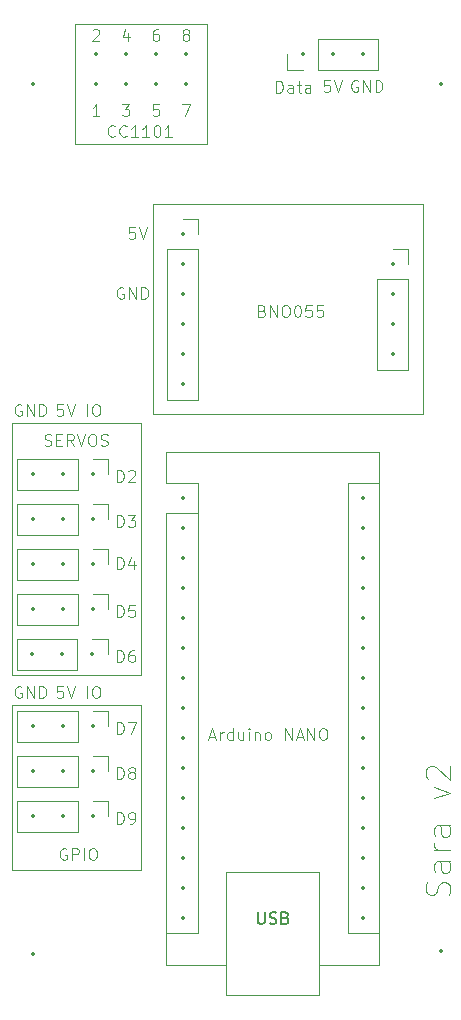
<source format=gto>
%TF.GenerationSoftware,KiCad,Pcbnew,8.0.5-1.fc40*%
%TF.CreationDate,2024-11-02T20:46:04+01:00*%
%TF.ProjectId,PlaneController,506c616e-6543-46f6-9e74-726f6c6c6572,rev?*%
%TF.SameCoordinates,Original*%
%TF.FileFunction,Legend,Top*%
%TF.FilePolarity,Positive*%
%FSLAX46Y46*%
G04 Gerber Fmt 4.6, Leading zero omitted, Abs format (unit mm)*
G04 Created by KiCad (PCBNEW 8.0.5-1.fc40) date 2024-11-02 20:46:04*
%MOMM*%
%LPD*%
G01*
G04 APERTURE LIST*
%ADD10C,0.100000*%
%ADD11C,0.150000*%
%ADD12C,0.120000*%
%ADD13C,0.350000*%
G04 APERTURE END LIST*
D10*
X89662000Y-61722000D02*
X100584000Y-61722000D01*
X100584000Y-83058000D01*
X89662000Y-83058000D01*
X89662000Y-61722000D01*
X89662000Y-85598000D02*
X100584000Y-85598000D01*
X100584000Y-99568000D01*
X89662000Y-99568000D01*
X89662000Y-85598000D01*
X101600000Y-43180000D02*
X124460000Y-43180000D01*
X124460000Y-60960000D01*
X101600000Y-60960000D01*
X101600000Y-43180000D01*
X94996000Y-27940000D02*
X106172000Y-27940000D01*
X106172000Y-38100000D01*
X94996000Y-38100000D01*
X94996000Y-27940000D01*
X102078455Y-28336419D02*
X101887979Y-28336419D01*
X101887979Y-28336419D02*
X101792741Y-28384038D01*
X101792741Y-28384038D02*
X101745122Y-28431657D01*
X101745122Y-28431657D02*
X101649884Y-28574514D01*
X101649884Y-28574514D02*
X101602265Y-28764990D01*
X101602265Y-28764990D02*
X101602265Y-29145942D01*
X101602265Y-29145942D02*
X101649884Y-29241180D01*
X101649884Y-29241180D02*
X101697503Y-29288800D01*
X101697503Y-29288800D02*
X101792741Y-29336419D01*
X101792741Y-29336419D02*
X101983217Y-29336419D01*
X101983217Y-29336419D02*
X102078455Y-29288800D01*
X102078455Y-29288800D02*
X102126074Y-29241180D01*
X102126074Y-29241180D02*
X102173693Y-29145942D01*
X102173693Y-29145942D02*
X102173693Y-28907847D01*
X102173693Y-28907847D02*
X102126074Y-28812609D01*
X102126074Y-28812609D02*
X102078455Y-28764990D01*
X102078455Y-28764990D02*
X101983217Y-28717371D01*
X101983217Y-28717371D02*
X101792741Y-28717371D01*
X101792741Y-28717371D02*
X101697503Y-28764990D01*
X101697503Y-28764990D02*
X101649884Y-28812609D01*
X101649884Y-28812609D02*
X101602265Y-28907847D01*
X98601884Y-70484419D02*
X98601884Y-69484419D01*
X98601884Y-69484419D02*
X98839979Y-69484419D01*
X98839979Y-69484419D02*
X98982836Y-69532038D01*
X98982836Y-69532038D02*
X99078074Y-69627276D01*
X99078074Y-69627276D02*
X99125693Y-69722514D01*
X99125693Y-69722514D02*
X99173312Y-69912990D01*
X99173312Y-69912990D02*
X99173312Y-70055847D01*
X99173312Y-70055847D02*
X99125693Y-70246323D01*
X99125693Y-70246323D02*
X99078074Y-70341561D01*
X99078074Y-70341561D02*
X98982836Y-70436800D01*
X98982836Y-70436800D02*
X98839979Y-70484419D01*
X98839979Y-70484419D02*
X98601884Y-70484419D01*
X99506646Y-69484419D02*
X100125693Y-69484419D01*
X100125693Y-69484419D02*
X99792360Y-69865371D01*
X99792360Y-69865371D02*
X99935217Y-69865371D01*
X99935217Y-69865371D02*
X100030455Y-69912990D01*
X100030455Y-69912990D02*
X100078074Y-69960609D01*
X100078074Y-69960609D02*
X100125693Y-70055847D01*
X100125693Y-70055847D02*
X100125693Y-70293942D01*
X100125693Y-70293942D02*
X100078074Y-70389180D01*
X100078074Y-70389180D02*
X100030455Y-70436800D01*
X100030455Y-70436800D02*
X99935217Y-70484419D01*
X99935217Y-70484419D02*
X99649503Y-70484419D01*
X99649503Y-70484419D02*
X99554265Y-70436800D01*
X99554265Y-70436800D02*
X99506646Y-70389180D01*
X106428265Y-88232704D02*
X106904455Y-88232704D01*
X106333027Y-88518419D02*
X106666360Y-87518419D01*
X106666360Y-87518419D02*
X106999693Y-88518419D01*
X107333027Y-88518419D02*
X107333027Y-87851752D01*
X107333027Y-88042228D02*
X107380646Y-87946990D01*
X107380646Y-87946990D02*
X107428265Y-87899371D01*
X107428265Y-87899371D02*
X107523503Y-87851752D01*
X107523503Y-87851752D02*
X107618741Y-87851752D01*
X108380646Y-88518419D02*
X108380646Y-87518419D01*
X108380646Y-88470800D02*
X108285408Y-88518419D01*
X108285408Y-88518419D02*
X108094932Y-88518419D01*
X108094932Y-88518419D02*
X107999694Y-88470800D01*
X107999694Y-88470800D02*
X107952075Y-88423180D01*
X107952075Y-88423180D02*
X107904456Y-88327942D01*
X107904456Y-88327942D02*
X107904456Y-88042228D01*
X107904456Y-88042228D02*
X107952075Y-87946990D01*
X107952075Y-87946990D02*
X107999694Y-87899371D01*
X107999694Y-87899371D02*
X108094932Y-87851752D01*
X108094932Y-87851752D02*
X108285408Y-87851752D01*
X108285408Y-87851752D02*
X108380646Y-87899371D01*
X109285408Y-87851752D02*
X109285408Y-88518419D01*
X108856837Y-87851752D02*
X108856837Y-88375561D01*
X108856837Y-88375561D02*
X108904456Y-88470800D01*
X108904456Y-88470800D02*
X108999694Y-88518419D01*
X108999694Y-88518419D02*
X109142551Y-88518419D01*
X109142551Y-88518419D02*
X109237789Y-88470800D01*
X109237789Y-88470800D02*
X109285408Y-88423180D01*
X109761599Y-88518419D02*
X109761599Y-87851752D01*
X109761599Y-87518419D02*
X109713980Y-87566038D01*
X109713980Y-87566038D02*
X109761599Y-87613657D01*
X109761599Y-87613657D02*
X109809218Y-87566038D01*
X109809218Y-87566038D02*
X109761599Y-87518419D01*
X109761599Y-87518419D02*
X109761599Y-87613657D01*
X110237789Y-87851752D02*
X110237789Y-88518419D01*
X110237789Y-87946990D02*
X110285408Y-87899371D01*
X110285408Y-87899371D02*
X110380646Y-87851752D01*
X110380646Y-87851752D02*
X110523503Y-87851752D01*
X110523503Y-87851752D02*
X110618741Y-87899371D01*
X110618741Y-87899371D02*
X110666360Y-87994609D01*
X110666360Y-87994609D02*
X110666360Y-88518419D01*
X111285408Y-88518419D02*
X111190170Y-88470800D01*
X111190170Y-88470800D02*
X111142551Y-88423180D01*
X111142551Y-88423180D02*
X111094932Y-88327942D01*
X111094932Y-88327942D02*
X111094932Y-88042228D01*
X111094932Y-88042228D02*
X111142551Y-87946990D01*
X111142551Y-87946990D02*
X111190170Y-87899371D01*
X111190170Y-87899371D02*
X111285408Y-87851752D01*
X111285408Y-87851752D02*
X111428265Y-87851752D01*
X111428265Y-87851752D02*
X111523503Y-87899371D01*
X111523503Y-87899371D02*
X111571122Y-87946990D01*
X111571122Y-87946990D02*
X111618741Y-88042228D01*
X111618741Y-88042228D02*
X111618741Y-88327942D01*
X111618741Y-88327942D02*
X111571122Y-88423180D01*
X111571122Y-88423180D02*
X111523503Y-88470800D01*
X111523503Y-88470800D02*
X111428265Y-88518419D01*
X111428265Y-88518419D02*
X111285408Y-88518419D01*
X112809218Y-88518419D02*
X112809218Y-87518419D01*
X112809218Y-87518419D02*
X113380646Y-88518419D01*
X113380646Y-88518419D02*
X113380646Y-87518419D01*
X113809218Y-88232704D02*
X114285408Y-88232704D01*
X113713980Y-88518419D02*
X114047313Y-87518419D01*
X114047313Y-87518419D02*
X114380646Y-88518419D01*
X114713980Y-88518419D02*
X114713980Y-87518419D01*
X114713980Y-87518419D02*
X115285408Y-88518419D01*
X115285408Y-88518419D02*
X115285408Y-87518419D01*
X115952075Y-87518419D02*
X116142551Y-87518419D01*
X116142551Y-87518419D02*
X116237789Y-87566038D01*
X116237789Y-87566038D02*
X116333027Y-87661276D01*
X116333027Y-87661276D02*
X116380646Y-87851752D01*
X116380646Y-87851752D02*
X116380646Y-88185085D01*
X116380646Y-88185085D02*
X116333027Y-88375561D01*
X116333027Y-88375561D02*
X116237789Y-88470800D01*
X116237789Y-88470800D02*
X116142551Y-88518419D01*
X116142551Y-88518419D02*
X115952075Y-88518419D01*
X115952075Y-88518419D02*
X115856837Y-88470800D01*
X115856837Y-88470800D02*
X115761599Y-88375561D01*
X115761599Y-88375561D02*
X115713980Y-88185085D01*
X115713980Y-88185085D02*
X115713980Y-87851752D01*
X115713980Y-87851752D02*
X115761599Y-87661276D01*
X115761599Y-87661276D02*
X115856837Y-87566038D01*
X115856837Y-87566038D02*
X115952075Y-87518419D01*
X99538455Y-28669752D02*
X99538455Y-29336419D01*
X99300360Y-28288800D02*
X99062265Y-29003085D01*
X99062265Y-29003085D02*
X99681312Y-29003085D01*
X96522265Y-28431657D02*
X96569884Y-28384038D01*
X96569884Y-28384038D02*
X96665122Y-28336419D01*
X96665122Y-28336419D02*
X96903217Y-28336419D01*
X96903217Y-28336419D02*
X96998455Y-28384038D01*
X96998455Y-28384038D02*
X97046074Y-28431657D01*
X97046074Y-28431657D02*
X97093693Y-28526895D01*
X97093693Y-28526895D02*
X97093693Y-28622133D01*
X97093693Y-28622133D02*
X97046074Y-28764990D01*
X97046074Y-28764990D02*
X96474646Y-29336419D01*
X96474646Y-29336419D02*
X97093693Y-29336419D01*
X104094646Y-34686419D02*
X104761312Y-34686419D01*
X104761312Y-34686419D02*
X104332741Y-35686419D01*
X98601884Y-95630419D02*
X98601884Y-94630419D01*
X98601884Y-94630419D02*
X98839979Y-94630419D01*
X98839979Y-94630419D02*
X98982836Y-94678038D01*
X98982836Y-94678038D02*
X99078074Y-94773276D01*
X99078074Y-94773276D02*
X99125693Y-94868514D01*
X99125693Y-94868514D02*
X99173312Y-95058990D01*
X99173312Y-95058990D02*
X99173312Y-95201847D01*
X99173312Y-95201847D02*
X99125693Y-95392323D01*
X99125693Y-95392323D02*
X99078074Y-95487561D01*
X99078074Y-95487561D02*
X98982836Y-95582800D01*
X98982836Y-95582800D02*
X98839979Y-95630419D01*
X98839979Y-95630419D02*
X98601884Y-95630419D01*
X99649503Y-95630419D02*
X99839979Y-95630419D01*
X99839979Y-95630419D02*
X99935217Y-95582800D01*
X99935217Y-95582800D02*
X99982836Y-95535180D01*
X99982836Y-95535180D02*
X100078074Y-95392323D01*
X100078074Y-95392323D02*
X100125693Y-95201847D01*
X100125693Y-95201847D02*
X100125693Y-94820895D01*
X100125693Y-94820895D02*
X100078074Y-94725657D01*
X100078074Y-94725657D02*
X100030455Y-94678038D01*
X100030455Y-94678038D02*
X99935217Y-94630419D01*
X99935217Y-94630419D02*
X99744741Y-94630419D01*
X99744741Y-94630419D02*
X99649503Y-94678038D01*
X99649503Y-94678038D02*
X99601884Y-94725657D01*
X99601884Y-94725657D02*
X99554265Y-94820895D01*
X99554265Y-94820895D02*
X99554265Y-95058990D01*
X99554265Y-95058990D02*
X99601884Y-95154228D01*
X99601884Y-95154228D02*
X99649503Y-95201847D01*
X99649503Y-95201847D02*
X99744741Y-95249466D01*
X99744741Y-95249466D02*
X99935217Y-95249466D01*
X99935217Y-95249466D02*
X100030455Y-95201847D01*
X100030455Y-95201847D02*
X100078074Y-95154228D01*
X100078074Y-95154228D02*
X100125693Y-95058990D01*
X90489693Y-84010038D02*
X90394455Y-83962419D01*
X90394455Y-83962419D02*
X90251598Y-83962419D01*
X90251598Y-83962419D02*
X90108741Y-84010038D01*
X90108741Y-84010038D02*
X90013503Y-84105276D01*
X90013503Y-84105276D02*
X89965884Y-84200514D01*
X89965884Y-84200514D02*
X89918265Y-84390990D01*
X89918265Y-84390990D02*
X89918265Y-84533847D01*
X89918265Y-84533847D02*
X89965884Y-84724323D01*
X89965884Y-84724323D02*
X90013503Y-84819561D01*
X90013503Y-84819561D02*
X90108741Y-84914800D01*
X90108741Y-84914800D02*
X90251598Y-84962419D01*
X90251598Y-84962419D02*
X90346836Y-84962419D01*
X90346836Y-84962419D02*
X90489693Y-84914800D01*
X90489693Y-84914800D02*
X90537312Y-84867180D01*
X90537312Y-84867180D02*
X90537312Y-84533847D01*
X90537312Y-84533847D02*
X90346836Y-84533847D01*
X90965884Y-84962419D02*
X90965884Y-83962419D01*
X90965884Y-83962419D02*
X91537312Y-84962419D01*
X91537312Y-84962419D02*
X91537312Y-83962419D01*
X92013503Y-84962419D02*
X92013503Y-83962419D01*
X92013503Y-83962419D02*
X92251598Y-83962419D01*
X92251598Y-83962419D02*
X92394455Y-84010038D01*
X92394455Y-84010038D02*
X92489693Y-84105276D01*
X92489693Y-84105276D02*
X92537312Y-84200514D01*
X92537312Y-84200514D02*
X92584931Y-84390990D01*
X92584931Y-84390990D02*
X92584931Y-84533847D01*
X92584931Y-84533847D02*
X92537312Y-84724323D01*
X92537312Y-84724323D02*
X92489693Y-84819561D01*
X92489693Y-84819561D02*
X92394455Y-84914800D01*
X92394455Y-84914800D02*
X92251598Y-84962419D01*
X92251598Y-84962419D02*
X92013503Y-84962419D01*
X126654800Y-101661258D02*
X126750038Y-101375544D01*
X126750038Y-101375544D02*
X126750038Y-100899353D01*
X126750038Y-100899353D02*
X126654800Y-100708877D01*
X126654800Y-100708877D02*
X126559561Y-100613639D01*
X126559561Y-100613639D02*
X126369085Y-100518401D01*
X126369085Y-100518401D02*
X126178609Y-100518401D01*
X126178609Y-100518401D02*
X125988133Y-100613639D01*
X125988133Y-100613639D02*
X125892895Y-100708877D01*
X125892895Y-100708877D02*
X125797657Y-100899353D01*
X125797657Y-100899353D02*
X125702419Y-101280306D01*
X125702419Y-101280306D02*
X125607180Y-101470782D01*
X125607180Y-101470782D02*
X125511942Y-101566020D01*
X125511942Y-101566020D02*
X125321466Y-101661258D01*
X125321466Y-101661258D02*
X125130990Y-101661258D01*
X125130990Y-101661258D02*
X124940514Y-101566020D01*
X124940514Y-101566020D02*
X124845276Y-101470782D01*
X124845276Y-101470782D02*
X124750038Y-101280306D01*
X124750038Y-101280306D02*
X124750038Y-100804115D01*
X124750038Y-100804115D02*
X124845276Y-100518401D01*
X126750038Y-98804115D02*
X125702419Y-98804115D01*
X125702419Y-98804115D02*
X125511942Y-98899353D01*
X125511942Y-98899353D02*
X125416704Y-99089829D01*
X125416704Y-99089829D02*
X125416704Y-99470782D01*
X125416704Y-99470782D02*
X125511942Y-99661258D01*
X126654800Y-98804115D02*
X126750038Y-98994591D01*
X126750038Y-98994591D02*
X126750038Y-99470782D01*
X126750038Y-99470782D02*
X126654800Y-99661258D01*
X126654800Y-99661258D02*
X126464323Y-99756496D01*
X126464323Y-99756496D02*
X126273847Y-99756496D01*
X126273847Y-99756496D02*
X126083371Y-99661258D01*
X126083371Y-99661258D02*
X125988133Y-99470782D01*
X125988133Y-99470782D02*
X125988133Y-98994591D01*
X125988133Y-98994591D02*
X125892895Y-98804115D01*
X126750038Y-97851734D02*
X125416704Y-97851734D01*
X125797657Y-97851734D02*
X125607180Y-97756496D01*
X125607180Y-97756496D02*
X125511942Y-97661258D01*
X125511942Y-97661258D02*
X125416704Y-97470782D01*
X125416704Y-97470782D02*
X125416704Y-97280305D01*
X126750038Y-95756496D02*
X125702419Y-95756496D01*
X125702419Y-95756496D02*
X125511942Y-95851734D01*
X125511942Y-95851734D02*
X125416704Y-96042210D01*
X125416704Y-96042210D02*
X125416704Y-96423163D01*
X125416704Y-96423163D02*
X125511942Y-96613639D01*
X126654800Y-95756496D02*
X126750038Y-95946972D01*
X126750038Y-95946972D02*
X126750038Y-96423163D01*
X126750038Y-96423163D02*
X126654800Y-96613639D01*
X126654800Y-96613639D02*
X126464323Y-96708877D01*
X126464323Y-96708877D02*
X126273847Y-96708877D01*
X126273847Y-96708877D02*
X126083371Y-96613639D01*
X126083371Y-96613639D02*
X125988133Y-96423163D01*
X125988133Y-96423163D02*
X125988133Y-95946972D01*
X125988133Y-95946972D02*
X125892895Y-95756496D01*
X125416704Y-93470781D02*
X126750038Y-92994591D01*
X126750038Y-92994591D02*
X125416704Y-92518400D01*
X124940514Y-91851733D02*
X124845276Y-91756495D01*
X124845276Y-91756495D02*
X124750038Y-91566019D01*
X124750038Y-91566019D02*
X124750038Y-91089828D01*
X124750038Y-91089828D02*
X124845276Y-90899352D01*
X124845276Y-90899352D02*
X124940514Y-90804114D01*
X124940514Y-90804114D02*
X125130990Y-90708876D01*
X125130990Y-90708876D02*
X125321466Y-90708876D01*
X125321466Y-90708876D02*
X125607180Y-90804114D01*
X125607180Y-90804114D02*
X126750038Y-91946971D01*
X126750038Y-91946971D02*
X126750038Y-90708876D01*
X97093693Y-35686419D02*
X96522265Y-35686419D01*
X96807979Y-35686419D02*
X96807979Y-34686419D01*
X96807979Y-34686419D02*
X96712741Y-34829276D01*
X96712741Y-34829276D02*
X96617503Y-34924514D01*
X96617503Y-34924514D02*
X96522265Y-34972133D01*
X110873217Y-52180609D02*
X111016074Y-52228228D01*
X111016074Y-52228228D02*
X111063693Y-52275847D01*
X111063693Y-52275847D02*
X111111312Y-52371085D01*
X111111312Y-52371085D02*
X111111312Y-52513942D01*
X111111312Y-52513942D02*
X111063693Y-52609180D01*
X111063693Y-52609180D02*
X111016074Y-52656800D01*
X111016074Y-52656800D02*
X110920836Y-52704419D01*
X110920836Y-52704419D02*
X110539884Y-52704419D01*
X110539884Y-52704419D02*
X110539884Y-51704419D01*
X110539884Y-51704419D02*
X110873217Y-51704419D01*
X110873217Y-51704419D02*
X110968455Y-51752038D01*
X110968455Y-51752038D02*
X111016074Y-51799657D01*
X111016074Y-51799657D02*
X111063693Y-51894895D01*
X111063693Y-51894895D02*
X111063693Y-51990133D01*
X111063693Y-51990133D02*
X111016074Y-52085371D01*
X111016074Y-52085371D02*
X110968455Y-52132990D01*
X110968455Y-52132990D02*
X110873217Y-52180609D01*
X110873217Y-52180609D02*
X110539884Y-52180609D01*
X111539884Y-52704419D02*
X111539884Y-51704419D01*
X111539884Y-51704419D02*
X112111312Y-52704419D01*
X112111312Y-52704419D02*
X112111312Y-51704419D01*
X112777979Y-51704419D02*
X112968455Y-51704419D01*
X112968455Y-51704419D02*
X113063693Y-51752038D01*
X113063693Y-51752038D02*
X113158931Y-51847276D01*
X113158931Y-51847276D02*
X113206550Y-52037752D01*
X113206550Y-52037752D02*
X113206550Y-52371085D01*
X113206550Y-52371085D02*
X113158931Y-52561561D01*
X113158931Y-52561561D02*
X113063693Y-52656800D01*
X113063693Y-52656800D02*
X112968455Y-52704419D01*
X112968455Y-52704419D02*
X112777979Y-52704419D01*
X112777979Y-52704419D02*
X112682741Y-52656800D01*
X112682741Y-52656800D02*
X112587503Y-52561561D01*
X112587503Y-52561561D02*
X112539884Y-52371085D01*
X112539884Y-52371085D02*
X112539884Y-52037752D01*
X112539884Y-52037752D02*
X112587503Y-51847276D01*
X112587503Y-51847276D02*
X112682741Y-51752038D01*
X112682741Y-51752038D02*
X112777979Y-51704419D01*
X113825598Y-51704419D02*
X113920836Y-51704419D01*
X113920836Y-51704419D02*
X114016074Y-51752038D01*
X114016074Y-51752038D02*
X114063693Y-51799657D01*
X114063693Y-51799657D02*
X114111312Y-51894895D01*
X114111312Y-51894895D02*
X114158931Y-52085371D01*
X114158931Y-52085371D02*
X114158931Y-52323466D01*
X114158931Y-52323466D02*
X114111312Y-52513942D01*
X114111312Y-52513942D02*
X114063693Y-52609180D01*
X114063693Y-52609180D02*
X114016074Y-52656800D01*
X114016074Y-52656800D02*
X113920836Y-52704419D01*
X113920836Y-52704419D02*
X113825598Y-52704419D01*
X113825598Y-52704419D02*
X113730360Y-52656800D01*
X113730360Y-52656800D02*
X113682741Y-52609180D01*
X113682741Y-52609180D02*
X113635122Y-52513942D01*
X113635122Y-52513942D02*
X113587503Y-52323466D01*
X113587503Y-52323466D02*
X113587503Y-52085371D01*
X113587503Y-52085371D02*
X113635122Y-51894895D01*
X113635122Y-51894895D02*
X113682741Y-51799657D01*
X113682741Y-51799657D02*
X113730360Y-51752038D01*
X113730360Y-51752038D02*
X113825598Y-51704419D01*
X115063693Y-51704419D02*
X114587503Y-51704419D01*
X114587503Y-51704419D02*
X114539884Y-52180609D01*
X114539884Y-52180609D02*
X114587503Y-52132990D01*
X114587503Y-52132990D02*
X114682741Y-52085371D01*
X114682741Y-52085371D02*
X114920836Y-52085371D01*
X114920836Y-52085371D02*
X115016074Y-52132990D01*
X115016074Y-52132990D02*
X115063693Y-52180609D01*
X115063693Y-52180609D02*
X115111312Y-52275847D01*
X115111312Y-52275847D02*
X115111312Y-52513942D01*
X115111312Y-52513942D02*
X115063693Y-52609180D01*
X115063693Y-52609180D02*
X115016074Y-52656800D01*
X115016074Y-52656800D02*
X114920836Y-52704419D01*
X114920836Y-52704419D02*
X114682741Y-52704419D01*
X114682741Y-52704419D02*
X114587503Y-52656800D01*
X114587503Y-52656800D02*
X114539884Y-52609180D01*
X116016074Y-51704419D02*
X115539884Y-51704419D01*
X115539884Y-51704419D02*
X115492265Y-52180609D01*
X115492265Y-52180609D02*
X115539884Y-52132990D01*
X115539884Y-52132990D02*
X115635122Y-52085371D01*
X115635122Y-52085371D02*
X115873217Y-52085371D01*
X115873217Y-52085371D02*
X115968455Y-52132990D01*
X115968455Y-52132990D02*
X116016074Y-52180609D01*
X116016074Y-52180609D02*
X116063693Y-52275847D01*
X116063693Y-52275847D02*
X116063693Y-52513942D01*
X116063693Y-52513942D02*
X116016074Y-52609180D01*
X116016074Y-52609180D02*
X115968455Y-52656800D01*
X115968455Y-52656800D02*
X115873217Y-52704419D01*
X115873217Y-52704419D02*
X115635122Y-52704419D01*
X115635122Y-52704419D02*
X115539884Y-52656800D01*
X115539884Y-52656800D02*
X115492265Y-52609180D01*
X102126074Y-34686419D02*
X101649884Y-34686419D01*
X101649884Y-34686419D02*
X101602265Y-35162609D01*
X101602265Y-35162609D02*
X101649884Y-35114990D01*
X101649884Y-35114990D02*
X101745122Y-35067371D01*
X101745122Y-35067371D02*
X101983217Y-35067371D01*
X101983217Y-35067371D02*
X102078455Y-35114990D01*
X102078455Y-35114990D02*
X102126074Y-35162609D01*
X102126074Y-35162609D02*
X102173693Y-35257847D01*
X102173693Y-35257847D02*
X102173693Y-35495942D01*
X102173693Y-35495942D02*
X102126074Y-35591180D01*
X102126074Y-35591180D02*
X102078455Y-35638800D01*
X102078455Y-35638800D02*
X101983217Y-35686419D01*
X101983217Y-35686419D02*
X101745122Y-35686419D01*
X101745122Y-35686419D02*
X101649884Y-35638800D01*
X101649884Y-35638800D02*
X101602265Y-35591180D01*
X93998074Y-83962419D02*
X93521884Y-83962419D01*
X93521884Y-83962419D02*
X93474265Y-84438609D01*
X93474265Y-84438609D02*
X93521884Y-84390990D01*
X93521884Y-84390990D02*
X93617122Y-84343371D01*
X93617122Y-84343371D02*
X93855217Y-84343371D01*
X93855217Y-84343371D02*
X93950455Y-84390990D01*
X93950455Y-84390990D02*
X93998074Y-84438609D01*
X93998074Y-84438609D02*
X94045693Y-84533847D01*
X94045693Y-84533847D02*
X94045693Y-84771942D01*
X94045693Y-84771942D02*
X93998074Y-84867180D01*
X93998074Y-84867180D02*
X93950455Y-84914800D01*
X93950455Y-84914800D02*
X93855217Y-84962419D01*
X93855217Y-84962419D02*
X93617122Y-84962419D01*
X93617122Y-84962419D02*
X93521884Y-84914800D01*
X93521884Y-84914800D02*
X93474265Y-84867180D01*
X94331408Y-83962419D02*
X94664741Y-84962419D01*
X94664741Y-84962419D02*
X94998074Y-83962419D01*
X116604074Y-32654419D02*
X116127884Y-32654419D01*
X116127884Y-32654419D02*
X116080265Y-33130609D01*
X116080265Y-33130609D02*
X116127884Y-33082990D01*
X116127884Y-33082990D02*
X116223122Y-33035371D01*
X116223122Y-33035371D02*
X116461217Y-33035371D01*
X116461217Y-33035371D02*
X116556455Y-33082990D01*
X116556455Y-33082990D02*
X116604074Y-33130609D01*
X116604074Y-33130609D02*
X116651693Y-33225847D01*
X116651693Y-33225847D02*
X116651693Y-33463942D01*
X116651693Y-33463942D02*
X116604074Y-33559180D01*
X116604074Y-33559180D02*
X116556455Y-33606800D01*
X116556455Y-33606800D02*
X116461217Y-33654419D01*
X116461217Y-33654419D02*
X116223122Y-33654419D01*
X116223122Y-33654419D02*
X116127884Y-33606800D01*
X116127884Y-33606800D02*
X116080265Y-33559180D01*
X116937408Y-32654419D02*
X117270741Y-33654419D01*
X117270741Y-33654419D02*
X117604074Y-32654419D01*
X90489693Y-60134038D02*
X90394455Y-60086419D01*
X90394455Y-60086419D02*
X90251598Y-60086419D01*
X90251598Y-60086419D02*
X90108741Y-60134038D01*
X90108741Y-60134038D02*
X90013503Y-60229276D01*
X90013503Y-60229276D02*
X89965884Y-60324514D01*
X89965884Y-60324514D02*
X89918265Y-60514990D01*
X89918265Y-60514990D02*
X89918265Y-60657847D01*
X89918265Y-60657847D02*
X89965884Y-60848323D01*
X89965884Y-60848323D02*
X90013503Y-60943561D01*
X90013503Y-60943561D02*
X90108741Y-61038800D01*
X90108741Y-61038800D02*
X90251598Y-61086419D01*
X90251598Y-61086419D02*
X90346836Y-61086419D01*
X90346836Y-61086419D02*
X90489693Y-61038800D01*
X90489693Y-61038800D02*
X90537312Y-60991180D01*
X90537312Y-60991180D02*
X90537312Y-60657847D01*
X90537312Y-60657847D02*
X90346836Y-60657847D01*
X90965884Y-61086419D02*
X90965884Y-60086419D01*
X90965884Y-60086419D02*
X91537312Y-61086419D01*
X91537312Y-61086419D02*
X91537312Y-60086419D01*
X92013503Y-61086419D02*
X92013503Y-60086419D01*
X92013503Y-60086419D02*
X92251598Y-60086419D01*
X92251598Y-60086419D02*
X92394455Y-60134038D01*
X92394455Y-60134038D02*
X92489693Y-60229276D01*
X92489693Y-60229276D02*
X92537312Y-60324514D01*
X92537312Y-60324514D02*
X92584931Y-60514990D01*
X92584931Y-60514990D02*
X92584931Y-60657847D01*
X92584931Y-60657847D02*
X92537312Y-60848323D01*
X92537312Y-60848323D02*
X92489693Y-60943561D01*
X92489693Y-60943561D02*
X92394455Y-61038800D01*
X92394455Y-61038800D02*
X92251598Y-61086419D01*
X92251598Y-61086419D02*
X92013503Y-61086419D01*
X96061884Y-61086419D02*
X96061884Y-60086419D01*
X96728550Y-60086419D02*
X96919026Y-60086419D01*
X96919026Y-60086419D02*
X97014264Y-60134038D01*
X97014264Y-60134038D02*
X97109502Y-60229276D01*
X97109502Y-60229276D02*
X97157121Y-60419752D01*
X97157121Y-60419752D02*
X97157121Y-60753085D01*
X97157121Y-60753085D02*
X97109502Y-60943561D01*
X97109502Y-60943561D02*
X97014264Y-61038800D01*
X97014264Y-61038800D02*
X96919026Y-61086419D01*
X96919026Y-61086419D02*
X96728550Y-61086419D01*
X96728550Y-61086419D02*
X96633312Y-61038800D01*
X96633312Y-61038800D02*
X96538074Y-60943561D01*
X96538074Y-60943561D02*
X96490455Y-60753085D01*
X96490455Y-60753085D02*
X96490455Y-60419752D01*
X96490455Y-60419752D02*
X96538074Y-60229276D01*
X96538074Y-60229276D02*
X96633312Y-60134038D01*
X96633312Y-60134038D02*
X96728550Y-60086419D01*
X94299693Y-97726038D02*
X94204455Y-97678419D01*
X94204455Y-97678419D02*
X94061598Y-97678419D01*
X94061598Y-97678419D02*
X93918741Y-97726038D01*
X93918741Y-97726038D02*
X93823503Y-97821276D01*
X93823503Y-97821276D02*
X93775884Y-97916514D01*
X93775884Y-97916514D02*
X93728265Y-98106990D01*
X93728265Y-98106990D02*
X93728265Y-98249847D01*
X93728265Y-98249847D02*
X93775884Y-98440323D01*
X93775884Y-98440323D02*
X93823503Y-98535561D01*
X93823503Y-98535561D02*
X93918741Y-98630800D01*
X93918741Y-98630800D02*
X94061598Y-98678419D01*
X94061598Y-98678419D02*
X94156836Y-98678419D01*
X94156836Y-98678419D02*
X94299693Y-98630800D01*
X94299693Y-98630800D02*
X94347312Y-98583180D01*
X94347312Y-98583180D02*
X94347312Y-98249847D01*
X94347312Y-98249847D02*
X94156836Y-98249847D01*
X94775884Y-98678419D02*
X94775884Y-97678419D01*
X94775884Y-97678419D02*
X95156836Y-97678419D01*
X95156836Y-97678419D02*
X95252074Y-97726038D01*
X95252074Y-97726038D02*
X95299693Y-97773657D01*
X95299693Y-97773657D02*
X95347312Y-97868895D01*
X95347312Y-97868895D02*
X95347312Y-98011752D01*
X95347312Y-98011752D02*
X95299693Y-98106990D01*
X95299693Y-98106990D02*
X95252074Y-98154609D01*
X95252074Y-98154609D02*
X95156836Y-98202228D01*
X95156836Y-98202228D02*
X94775884Y-98202228D01*
X95775884Y-98678419D02*
X95775884Y-97678419D01*
X96442550Y-97678419D02*
X96633026Y-97678419D01*
X96633026Y-97678419D02*
X96728264Y-97726038D01*
X96728264Y-97726038D02*
X96823502Y-97821276D01*
X96823502Y-97821276D02*
X96871121Y-98011752D01*
X96871121Y-98011752D02*
X96871121Y-98345085D01*
X96871121Y-98345085D02*
X96823502Y-98535561D01*
X96823502Y-98535561D02*
X96728264Y-98630800D01*
X96728264Y-98630800D02*
X96633026Y-98678419D01*
X96633026Y-98678419D02*
X96442550Y-98678419D01*
X96442550Y-98678419D02*
X96347312Y-98630800D01*
X96347312Y-98630800D02*
X96252074Y-98535561D01*
X96252074Y-98535561D02*
X96204455Y-98345085D01*
X96204455Y-98345085D02*
X96204455Y-98011752D01*
X96204455Y-98011752D02*
X96252074Y-97821276D01*
X96252074Y-97821276D02*
X96347312Y-97726038D01*
X96347312Y-97726038D02*
X96442550Y-97678419D01*
X112063884Y-33714419D02*
X112063884Y-32714419D01*
X112063884Y-32714419D02*
X112301979Y-32714419D01*
X112301979Y-32714419D02*
X112444836Y-32762038D01*
X112444836Y-32762038D02*
X112540074Y-32857276D01*
X112540074Y-32857276D02*
X112587693Y-32952514D01*
X112587693Y-32952514D02*
X112635312Y-33142990D01*
X112635312Y-33142990D02*
X112635312Y-33285847D01*
X112635312Y-33285847D02*
X112587693Y-33476323D01*
X112587693Y-33476323D02*
X112540074Y-33571561D01*
X112540074Y-33571561D02*
X112444836Y-33666800D01*
X112444836Y-33666800D02*
X112301979Y-33714419D01*
X112301979Y-33714419D02*
X112063884Y-33714419D01*
X113492455Y-33714419D02*
X113492455Y-33190609D01*
X113492455Y-33190609D02*
X113444836Y-33095371D01*
X113444836Y-33095371D02*
X113349598Y-33047752D01*
X113349598Y-33047752D02*
X113159122Y-33047752D01*
X113159122Y-33047752D02*
X113063884Y-33095371D01*
X113492455Y-33666800D02*
X113397217Y-33714419D01*
X113397217Y-33714419D02*
X113159122Y-33714419D01*
X113159122Y-33714419D02*
X113063884Y-33666800D01*
X113063884Y-33666800D02*
X113016265Y-33571561D01*
X113016265Y-33571561D02*
X113016265Y-33476323D01*
X113016265Y-33476323D02*
X113063884Y-33381085D01*
X113063884Y-33381085D02*
X113159122Y-33333466D01*
X113159122Y-33333466D02*
X113397217Y-33333466D01*
X113397217Y-33333466D02*
X113492455Y-33285847D01*
X113825789Y-33047752D02*
X114206741Y-33047752D01*
X113968646Y-32714419D02*
X113968646Y-33571561D01*
X113968646Y-33571561D02*
X114016265Y-33666800D01*
X114016265Y-33666800D02*
X114111503Y-33714419D01*
X114111503Y-33714419D02*
X114206741Y-33714419D01*
X114968646Y-33714419D02*
X114968646Y-33190609D01*
X114968646Y-33190609D02*
X114921027Y-33095371D01*
X114921027Y-33095371D02*
X114825789Y-33047752D01*
X114825789Y-33047752D02*
X114635313Y-33047752D01*
X114635313Y-33047752D02*
X114540075Y-33095371D01*
X114968646Y-33666800D02*
X114873408Y-33714419D01*
X114873408Y-33714419D02*
X114635313Y-33714419D01*
X114635313Y-33714419D02*
X114540075Y-33666800D01*
X114540075Y-33666800D02*
X114492456Y-33571561D01*
X114492456Y-33571561D02*
X114492456Y-33476323D01*
X114492456Y-33476323D02*
X114540075Y-33381085D01*
X114540075Y-33381085D02*
X114635313Y-33333466D01*
X114635313Y-33333466D02*
X114873408Y-33333466D01*
X114873408Y-33333466D02*
X114968646Y-33285847D01*
X96061884Y-84962419D02*
X96061884Y-83962419D01*
X96728550Y-83962419D02*
X96919026Y-83962419D01*
X96919026Y-83962419D02*
X97014264Y-84010038D01*
X97014264Y-84010038D02*
X97109502Y-84105276D01*
X97109502Y-84105276D02*
X97157121Y-84295752D01*
X97157121Y-84295752D02*
X97157121Y-84629085D01*
X97157121Y-84629085D02*
X97109502Y-84819561D01*
X97109502Y-84819561D02*
X97014264Y-84914800D01*
X97014264Y-84914800D02*
X96919026Y-84962419D01*
X96919026Y-84962419D02*
X96728550Y-84962419D01*
X96728550Y-84962419D02*
X96633312Y-84914800D01*
X96633312Y-84914800D02*
X96538074Y-84819561D01*
X96538074Y-84819561D02*
X96490455Y-84629085D01*
X96490455Y-84629085D02*
X96490455Y-84295752D01*
X96490455Y-84295752D02*
X96538074Y-84105276D01*
X96538074Y-84105276D02*
X96633312Y-84010038D01*
X96633312Y-84010038D02*
X96728550Y-83962419D01*
X99014646Y-34686419D02*
X99633693Y-34686419D01*
X99633693Y-34686419D02*
X99300360Y-35067371D01*
X99300360Y-35067371D02*
X99443217Y-35067371D01*
X99443217Y-35067371D02*
X99538455Y-35114990D01*
X99538455Y-35114990D02*
X99586074Y-35162609D01*
X99586074Y-35162609D02*
X99633693Y-35257847D01*
X99633693Y-35257847D02*
X99633693Y-35495942D01*
X99633693Y-35495942D02*
X99586074Y-35591180D01*
X99586074Y-35591180D02*
X99538455Y-35638800D01*
X99538455Y-35638800D02*
X99443217Y-35686419D01*
X99443217Y-35686419D02*
X99157503Y-35686419D01*
X99157503Y-35686419D02*
X99062265Y-35638800D01*
X99062265Y-35638800D02*
X99014646Y-35591180D01*
X93998074Y-60086419D02*
X93521884Y-60086419D01*
X93521884Y-60086419D02*
X93474265Y-60562609D01*
X93474265Y-60562609D02*
X93521884Y-60514990D01*
X93521884Y-60514990D02*
X93617122Y-60467371D01*
X93617122Y-60467371D02*
X93855217Y-60467371D01*
X93855217Y-60467371D02*
X93950455Y-60514990D01*
X93950455Y-60514990D02*
X93998074Y-60562609D01*
X93998074Y-60562609D02*
X94045693Y-60657847D01*
X94045693Y-60657847D02*
X94045693Y-60895942D01*
X94045693Y-60895942D02*
X93998074Y-60991180D01*
X93998074Y-60991180D02*
X93950455Y-61038800D01*
X93950455Y-61038800D02*
X93855217Y-61086419D01*
X93855217Y-61086419D02*
X93617122Y-61086419D01*
X93617122Y-61086419D02*
X93521884Y-61038800D01*
X93521884Y-61038800D02*
X93474265Y-60991180D01*
X94331408Y-60086419D02*
X94664741Y-61086419D01*
X94664741Y-61086419D02*
X94998074Y-60086419D01*
X99125693Y-50228038D02*
X99030455Y-50180419D01*
X99030455Y-50180419D02*
X98887598Y-50180419D01*
X98887598Y-50180419D02*
X98744741Y-50228038D01*
X98744741Y-50228038D02*
X98649503Y-50323276D01*
X98649503Y-50323276D02*
X98601884Y-50418514D01*
X98601884Y-50418514D02*
X98554265Y-50608990D01*
X98554265Y-50608990D02*
X98554265Y-50751847D01*
X98554265Y-50751847D02*
X98601884Y-50942323D01*
X98601884Y-50942323D02*
X98649503Y-51037561D01*
X98649503Y-51037561D02*
X98744741Y-51132800D01*
X98744741Y-51132800D02*
X98887598Y-51180419D01*
X98887598Y-51180419D02*
X98982836Y-51180419D01*
X98982836Y-51180419D02*
X99125693Y-51132800D01*
X99125693Y-51132800D02*
X99173312Y-51085180D01*
X99173312Y-51085180D02*
X99173312Y-50751847D01*
X99173312Y-50751847D02*
X98982836Y-50751847D01*
X99601884Y-51180419D02*
X99601884Y-50180419D01*
X99601884Y-50180419D02*
X100173312Y-51180419D01*
X100173312Y-51180419D02*
X100173312Y-50180419D01*
X100649503Y-51180419D02*
X100649503Y-50180419D01*
X100649503Y-50180419D02*
X100887598Y-50180419D01*
X100887598Y-50180419D02*
X101030455Y-50228038D01*
X101030455Y-50228038D02*
X101125693Y-50323276D01*
X101125693Y-50323276D02*
X101173312Y-50418514D01*
X101173312Y-50418514D02*
X101220931Y-50608990D01*
X101220931Y-50608990D02*
X101220931Y-50751847D01*
X101220931Y-50751847D02*
X101173312Y-50942323D01*
X101173312Y-50942323D02*
X101125693Y-51037561D01*
X101125693Y-51037561D02*
X101030455Y-51132800D01*
X101030455Y-51132800D02*
X100887598Y-51180419D01*
X100887598Y-51180419D02*
X100649503Y-51180419D01*
X98601884Y-88010419D02*
X98601884Y-87010419D01*
X98601884Y-87010419D02*
X98839979Y-87010419D01*
X98839979Y-87010419D02*
X98982836Y-87058038D01*
X98982836Y-87058038D02*
X99078074Y-87153276D01*
X99078074Y-87153276D02*
X99125693Y-87248514D01*
X99125693Y-87248514D02*
X99173312Y-87438990D01*
X99173312Y-87438990D02*
X99173312Y-87581847D01*
X99173312Y-87581847D02*
X99125693Y-87772323D01*
X99125693Y-87772323D02*
X99078074Y-87867561D01*
X99078074Y-87867561D02*
X98982836Y-87962800D01*
X98982836Y-87962800D02*
X98839979Y-88010419D01*
X98839979Y-88010419D02*
X98601884Y-88010419D01*
X99506646Y-87010419D02*
X100173312Y-87010419D01*
X100173312Y-87010419D02*
X99744741Y-88010419D01*
X100094074Y-45100419D02*
X99617884Y-45100419D01*
X99617884Y-45100419D02*
X99570265Y-45576609D01*
X99570265Y-45576609D02*
X99617884Y-45528990D01*
X99617884Y-45528990D02*
X99713122Y-45481371D01*
X99713122Y-45481371D02*
X99951217Y-45481371D01*
X99951217Y-45481371D02*
X100046455Y-45528990D01*
X100046455Y-45528990D02*
X100094074Y-45576609D01*
X100094074Y-45576609D02*
X100141693Y-45671847D01*
X100141693Y-45671847D02*
X100141693Y-45909942D01*
X100141693Y-45909942D02*
X100094074Y-46005180D01*
X100094074Y-46005180D02*
X100046455Y-46052800D01*
X100046455Y-46052800D02*
X99951217Y-46100419D01*
X99951217Y-46100419D02*
X99713122Y-46100419D01*
X99713122Y-46100419D02*
X99617884Y-46052800D01*
X99617884Y-46052800D02*
X99570265Y-46005180D01*
X100427408Y-45100419D02*
X100760741Y-46100419D01*
X100760741Y-46100419D02*
X101094074Y-45100419D01*
X98601884Y-81914419D02*
X98601884Y-80914419D01*
X98601884Y-80914419D02*
X98839979Y-80914419D01*
X98839979Y-80914419D02*
X98982836Y-80962038D01*
X98982836Y-80962038D02*
X99078074Y-81057276D01*
X99078074Y-81057276D02*
X99125693Y-81152514D01*
X99125693Y-81152514D02*
X99173312Y-81342990D01*
X99173312Y-81342990D02*
X99173312Y-81485847D01*
X99173312Y-81485847D02*
X99125693Y-81676323D01*
X99125693Y-81676323D02*
X99078074Y-81771561D01*
X99078074Y-81771561D02*
X98982836Y-81866800D01*
X98982836Y-81866800D02*
X98839979Y-81914419D01*
X98839979Y-81914419D02*
X98601884Y-81914419D01*
X100030455Y-80914419D02*
X99839979Y-80914419D01*
X99839979Y-80914419D02*
X99744741Y-80962038D01*
X99744741Y-80962038D02*
X99697122Y-81009657D01*
X99697122Y-81009657D02*
X99601884Y-81152514D01*
X99601884Y-81152514D02*
X99554265Y-81342990D01*
X99554265Y-81342990D02*
X99554265Y-81723942D01*
X99554265Y-81723942D02*
X99601884Y-81819180D01*
X99601884Y-81819180D02*
X99649503Y-81866800D01*
X99649503Y-81866800D02*
X99744741Y-81914419D01*
X99744741Y-81914419D02*
X99935217Y-81914419D01*
X99935217Y-81914419D02*
X100030455Y-81866800D01*
X100030455Y-81866800D02*
X100078074Y-81819180D01*
X100078074Y-81819180D02*
X100125693Y-81723942D01*
X100125693Y-81723942D02*
X100125693Y-81485847D01*
X100125693Y-81485847D02*
X100078074Y-81390609D01*
X100078074Y-81390609D02*
X100030455Y-81342990D01*
X100030455Y-81342990D02*
X99935217Y-81295371D01*
X99935217Y-81295371D02*
X99744741Y-81295371D01*
X99744741Y-81295371D02*
X99649503Y-81342990D01*
X99649503Y-81342990D02*
X99601884Y-81390609D01*
X99601884Y-81390609D02*
X99554265Y-81485847D01*
X104332741Y-28764990D02*
X104237503Y-28717371D01*
X104237503Y-28717371D02*
X104189884Y-28669752D01*
X104189884Y-28669752D02*
X104142265Y-28574514D01*
X104142265Y-28574514D02*
X104142265Y-28526895D01*
X104142265Y-28526895D02*
X104189884Y-28431657D01*
X104189884Y-28431657D02*
X104237503Y-28384038D01*
X104237503Y-28384038D02*
X104332741Y-28336419D01*
X104332741Y-28336419D02*
X104523217Y-28336419D01*
X104523217Y-28336419D02*
X104618455Y-28384038D01*
X104618455Y-28384038D02*
X104666074Y-28431657D01*
X104666074Y-28431657D02*
X104713693Y-28526895D01*
X104713693Y-28526895D02*
X104713693Y-28574514D01*
X104713693Y-28574514D02*
X104666074Y-28669752D01*
X104666074Y-28669752D02*
X104618455Y-28717371D01*
X104618455Y-28717371D02*
X104523217Y-28764990D01*
X104523217Y-28764990D02*
X104332741Y-28764990D01*
X104332741Y-28764990D02*
X104237503Y-28812609D01*
X104237503Y-28812609D02*
X104189884Y-28860228D01*
X104189884Y-28860228D02*
X104142265Y-28955466D01*
X104142265Y-28955466D02*
X104142265Y-29145942D01*
X104142265Y-29145942D02*
X104189884Y-29241180D01*
X104189884Y-29241180D02*
X104237503Y-29288800D01*
X104237503Y-29288800D02*
X104332741Y-29336419D01*
X104332741Y-29336419D02*
X104523217Y-29336419D01*
X104523217Y-29336419D02*
X104618455Y-29288800D01*
X104618455Y-29288800D02*
X104666074Y-29241180D01*
X104666074Y-29241180D02*
X104713693Y-29145942D01*
X104713693Y-29145942D02*
X104713693Y-28955466D01*
X104713693Y-28955466D02*
X104666074Y-28860228D01*
X104666074Y-28860228D02*
X104618455Y-28812609D01*
X104618455Y-28812609D02*
X104523217Y-28764990D01*
X118967693Y-32702038D02*
X118872455Y-32654419D01*
X118872455Y-32654419D02*
X118729598Y-32654419D01*
X118729598Y-32654419D02*
X118586741Y-32702038D01*
X118586741Y-32702038D02*
X118491503Y-32797276D01*
X118491503Y-32797276D02*
X118443884Y-32892514D01*
X118443884Y-32892514D02*
X118396265Y-33082990D01*
X118396265Y-33082990D02*
X118396265Y-33225847D01*
X118396265Y-33225847D02*
X118443884Y-33416323D01*
X118443884Y-33416323D02*
X118491503Y-33511561D01*
X118491503Y-33511561D02*
X118586741Y-33606800D01*
X118586741Y-33606800D02*
X118729598Y-33654419D01*
X118729598Y-33654419D02*
X118824836Y-33654419D01*
X118824836Y-33654419D02*
X118967693Y-33606800D01*
X118967693Y-33606800D02*
X119015312Y-33559180D01*
X119015312Y-33559180D02*
X119015312Y-33225847D01*
X119015312Y-33225847D02*
X118824836Y-33225847D01*
X119443884Y-33654419D02*
X119443884Y-32654419D01*
X119443884Y-32654419D02*
X120015312Y-33654419D01*
X120015312Y-33654419D02*
X120015312Y-32654419D01*
X120491503Y-33654419D02*
X120491503Y-32654419D01*
X120491503Y-32654419D02*
X120729598Y-32654419D01*
X120729598Y-32654419D02*
X120872455Y-32702038D01*
X120872455Y-32702038D02*
X120967693Y-32797276D01*
X120967693Y-32797276D02*
X121015312Y-32892514D01*
X121015312Y-32892514D02*
X121062931Y-33082990D01*
X121062931Y-33082990D02*
X121062931Y-33225847D01*
X121062931Y-33225847D02*
X121015312Y-33416323D01*
X121015312Y-33416323D02*
X120967693Y-33511561D01*
X120967693Y-33511561D02*
X120872455Y-33606800D01*
X120872455Y-33606800D02*
X120729598Y-33654419D01*
X120729598Y-33654419D02*
X120491503Y-33654419D01*
X98601884Y-66674419D02*
X98601884Y-65674419D01*
X98601884Y-65674419D02*
X98839979Y-65674419D01*
X98839979Y-65674419D02*
X98982836Y-65722038D01*
X98982836Y-65722038D02*
X99078074Y-65817276D01*
X99078074Y-65817276D02*
X99125693Y-65912514D01*
X99125693Y-65912514D02*
X99173312Y-66102990D01*
X99173312Y-66102990D02*
X99173312Y-66245847D01*
X99173312Y-66245847D02*
X99125693Y-66436323D01*
X99125693Y-66436323D02*
X99078074Y-66531561D01*
X99078074Y-66531561D02*
X98982836Y-66626800D01*
X98982836Y-66626800D02*
X98839979Y-66674419D01*
X98839979Y-66674419D02*
X98601884Y-66674419D01*
X99554265Y-65769657D02*
X99601884Y-65722038D01*
X99601884Y-65722038D02*
X99697122Y-65674419D01*
X99697122Y-65674419D02*
X99935217Y-65674419D01*
X99935217Y-65674419D02*
X100030455Y-65722038D01*
X100030455Y-65722038D02*
X100078074Y-65769657D01*
X100078074Y-65769657D02*
X100125693Y-65864895D01*
X100125693Y-65864895D02*
X100125693Y-65960133D01*
X100125693Y-65960133D02*
X100078074Y-66102990D01*
X100078074Y-66102990D02*
X99506646Y-66674419D01*
X99506646Y-66674419D02*
X100125693Y-66674419D01*
X92458265Y-63578800D02*
X92601122Y-63626419D01*
X92601122Y-63626419D02*
X92839217Y-63626419D01*
X92839217Y-63626419D02*
X92934455Y-63578800D01*
X92934455Y-63578800D02*
X92982074Y-63531180D01*
X92982074Y-63531180D02*
X93029693Y-63435942D01*
X93029693Y-63435942D02*
X93029693Y-63340704D01*
X93029693Y-63340704D02*
X92982074Y-63245466D01*
X92982074Y-63245466D02*
X92934455Y-63197847D01*
X92934455Y-63197847D02*
X92839217Y-63150228D01*
X92839217Y-63150228D02*
X92648741Y-63102609D01*
X92648741Y-63102609D02*
X92553503Y-63054990D01*
X92553503Y-63054990D02*
X92505884Y-63007371D01*
X92505884Y-63007371D02*
X92458265Y-62912133D01*
X92458265Y-62912133D02*
X92458265Y-62816895D01*
X92458265Y-62816895D02*
X92505884Y-62721657D01*
X92505884Y-62721657D02*
X92553503Y-62674038D01*
X92553503Y-62674038D02*
X92648741Y-62626419D01*
X92648741Y-62626419D02*
X92886836Y-62626419D01*
X92886836Y-62626419D02*
X93029693Y-62674038D01*
X93458265Y-63102609D02*
X93791598Y-63102609D01*
X93934455Y-63626419D02*
X93458265Y-63626419D01*
X93458265Y-63626419D02*
X93458265Y-62626419D01*
X93458265Y-62626419D02*
X93934455Y-62626419D01*
X94934455Y-63626419D02*
X94601122Y-63150228D01*
X94363027Y-63626419D02*
X94363027Y-62626419D01*
X94363027Y-62626419D02*
X94743979Y-62626419D01*
X94743979Y-62626419D02*
X94839217Y-62674038D01*
X94839217Y-62674038D02*
X94886836Y-62721657D01*
X94886836Y-62721657D02*
X94934455Y-62816895D01*
X94934455Y-62816895D02*
X94934455Y-62959752D01*
X94934455Y-62959752D02*
X94886836Y-63054990D01*
X94886836Y-63054990D02*
X94839217Y-63102609D01*
X94839217Y-63102609D02*
X94743979Y-63150228D01*
X94743979Y-63150228D02*
X94363027Y-63150228D01*
X95220170Y-62626419D02*
X95553503Y-63626419D01*
X95553503Y-63626419D02*
X95886836Y-62626419D01*
X96410646Y-62626419D02*
X96601122Y-62626419D01*
X96601122Y-62626419D02*
X96696360Y-62674038D01*
X96696360Y-62674038D02*
X96791598Y-62769276D01*
X96791598Y-62769276D02*
X96839217Y-62959752D01*
X96839217Y-62959752D02*
X96839217Y-63293085D01*
X96839217Y-63293085D02*
X96791598Y-63483561D01*
X96791598Y-63483561D02*
X96696360Y-63578800D01*
X96696360Y-63578800D02*
X96601122Y-63626419D01*
X96601122Y-63626419D02*
X96410646Y-63626419D01*
X96410646Y-63626419D02*
X96315408Y-63578800D01*
X96315408Y-63578800D02*
X96220170Y-63483561D01*
X96220170Y-63483561D02*
X96172551Y-63293085D01*
X96172551Y-63293085D02*
X96172551Y-62959752D01*
X96172551Y-62959752D02*
X96220170Y-62769276D01*
X96220170Y-62769276D02*
X96315408Y-62674038D01*
X96315408Y-62674038D02*
X96410646Y-62626419D01*
X97220170Y-63578800D02*
X97363027Y-63626419D01*
X97363027Y-63626419D02*
X97601122Y-63626419D01*
X97601122Y-63626419D02*
X97696360Y-63578800D01*
X97696360Y-63578800D02*
X97743979Y-63531180D01*
X97743979Y-63531180D02*
X97791598Y-63435942D01*
X97791598Y-63435942D02*
X97791598Y-63340704D01*
X97791598Y-63340704D02*
X97743979Y-63245466D01*
X97743979Y-63245466D02*
X97696360Y-63197847D01*
X97696360Y-63197847D02*
X97601122Y-63150228D01*
X97601122Y-63150228D02*
X97410646Y-63102609D01*
X97410646Y-63102609D02*
X97315408Y-63054990D01*
X97315408Y-63054990D02*
X97267789Y-63007371D01*
X97267789Y-63007371D02*
X97220170Y-62912133D01*
X97220170Y-62912133D02*
X97220170Y-62816895D01*
X97220170Y-62816895D02*
X97267789Y-62721657D01*
X97267789Y-62721657D02*
X97315408Y-62674038D01*
X97315408Y-62674038D02*
X97410646Y-62626419D01*
X97410646Y-62626419D02*
X97648741Y-62626419D01*
X97648741Y-62626419D02*
X97791598Y-62674038D01*
X98601884Y-91820419D02*
X98601884Y-90820419D01*
X98601884Y-90820419D02*
X98839979Y-90820419D01*
X98839979Y-90820419D02*
X98982836Y-90868038D01*
X98982836Y-90868038D02*
X99078074Y-90963276D01*
X99078074Y-90963276D02*
X99125693Y-91058514D01*
X99125693Y-91058514D02*
X99173312Y-91248990D01*
X99173312Y-91248990D02*
X99173312Y-91391847D01*
X99173312Y-91391847D02*
X99125693Y-91582323D01*
X99125693Y-91582323D02*
X99078074Y-91677561D01*
X99078074Y-91677561D02*
X98982836Y-91772800D01*
X98982836Y-91772800D02*
X98839979Y-91820419D01*
X98839979Y-91820419D02*
X98601884Y-91820419D01*
X99744741Y-91248990D02*
X99649503Y-91201371D01*
X99649503Y-91201371D02*
X99601884Y-91153752D01*
X99601884Y-91153752D02*
X99554265Y-91058514D01*
X99554265Y-91058514D02*
X99554265Y-91010895D01*
X99554265Y-91010895D02*
X99601884Y-90915657D01*
X99601884Y-90915657D02*
X99649503Y-90868038D01*
X99649503Y-90868038D02*
X99744741Y-90820419D01*
X99744741Y-90820419D02*
X99935217Y-90820419D01*
X99935217Y-90820419D02*
X100030455Y-90868038D01*
X100030455Y-90868038D02*
X100078074Y-90915657D01*
X100078074Y-90915657D02*
X100125693Y-91010895D01*
X100125693Y-91010895D02*
X100125693Y-91058514D01*
X100125693Y-91058514D02*
X100078074Y-91153752D01*
X100078074Y-91153752D02*
X100030455Y-91201371D01*
X100030455Y-91201371D02*
X99935217Y-91248990D01*
X99935217Y-91248990D02*
X99744741Y-91248990D01*
X99744741Y-91248990D02*
X99649503Y-91296609D01*
X99649503Y-91296609D02*
X99601884Y-91344228D01*
X99601884Y-91344228D02*
X99554265Y-91439466D01*
X99554265Y-91439466D02*
X99554265Y-91629942D01*
X99554265Y-91629942D02*
X99601884Y-91725180D01*
X99601884Y-91725180D02*
X99649503Y-91772800D01*
X99649503Y-91772800D02*
X99744741Y-91820419D01*
X99744741Y-91820419D02*
X99935217Y-91820419D01*
X99935217Y-91820419D02*
X100030455Y-91772800D01*
X100030455Y-91772800D02*
X100078074Y-91725180D01*
X100078074Y-91725180D02*
X100125693Y-91629942D01*
X100125693Y-91629942D02*
X100125693Y-91439466D01*
X100125693Y-91439466D02*
X100078074Y-91344228D01*
X100078074Y-91344228D02*
X100030455Y-91296609D01*
X100030455Y-91296609D02*
X99935217Y-91248990D01*
X98601884Y-78104419D02*
X98601884Y-77104419D01*
X98601884Y-77104419D02*
X98839979Y-77104419D01*
X98839979Y-77104419D02*
X98982836Y-77152038D01*
X98982836Y-77152038D02*
X99078074Y-77247276D01*
X99078074Y-77247276D02*
X99125693Y-77342514D01*
X99125693Y-77342514D02*
X99173312Y-77532990D01*
X99173312Y-77532990D02*
X99173312Y-77675847D01*
X99173312Y-77675847D02*
X99125693Y-77866323D01*
X99125693Y-77866323D02*
X99078074Y-77961561D01*
X99078074Y-77961561D02*
X98982836Y-78056800D01*
X98982836Y-78056800D02*
X98839979Y-78104419D01*
X98839979Y-78104419D02*
X98601884Y-78104419D01*
X100078074Y-77104419D02*
X99601884Y-77104419D01*
X99601884Y-77104419D02*
X99554265Y-77580609D01*
X99554265Y-77580609D02*
X99601884Y-77532990D01*
X99601884Y-77532990D02*
X99697122Y-77485371D01*
X99697122Y-77485371D02*
X99935217Y-77485371D01*
X99935217Y-77485371D02*
X100030455Y-77532990D01*
X100030455Y-77532990D02*
X100078074Y-77580609D01*
X100078074Y-77580609D02*
X100125693Y-77675847D01*
X100125693Y-77675847D02*
X100125693Y-77913942D01*
X100125693Y-77913942D02*
X100078074Y-78009180D01*
X100078074Y-78009180D02*
X100030455Y-78056800D01*
X100030455Y-78056800D02*
X99935217Y-78104419D01*
X99935217Y-78104419D02*
X99697122Y-78104419D01*
X99697122Y-78104419D02*
X99601884Y-78056800D01*
X99601884Y-78056800D02*
X99554265Y-78009180D01*
X98601884Y-74040419D02*
X98601884Y-73040419D01*
X98601884Y-73040419D02*
X98839979Y-73040419D01*
X98839979Y-73040419D02*
X98982836Y-73088038D01*
X98982836Y-73088038D02*
X99078074Y-73183276D01*
X99078074Y-73183276D02*
X99125693Y-73278514D01*
X99125693Y-73278514D02*
X99173312Y-73468990D01*
X99173312Y-73468990D02*
X99173312Y-73611847D01*
X99173312Y-73611847D02*
X99125693Y-73802323D01*
X99125693Y-73802323D02*
X99078074Y-73897561D01*
X99078074Y-73897561D02*
X98982836Y-73992800D01*
X98982836Y-73992800D02*
X98839979Y-74040419D01*
X98839979Y-74040419D02*
X98601884Y-74040419D01*
X100030455Y-73373752D02*
X100030455Y-74040419D01*
X99792360Y-72992800D02*
X99554265Y-73707085D01*
X99554265Y-73707085D02*
X100173312Y-73707085D01*
X98411312Y-37369180D02*
X98363693Y-37416800D01*
X98363693Y-37416800D02*
X98220836Y-37464419D01*
X98220836Y-37464419D02*
X98125598Y-37464419D01*
X98125598Y-37464419D02*
X97982741Y-37416800D01*
X97982741Y-37416800D02*
X97887503Y-37321561D01*
X97887503Y-37321561D02*
X97839884Y-37226323D01*
X97839884Y-37226323D02*
X97792265Y-37035847D01*
X97792265Y-37035847D02*
X97792265Y-36892990D01*
X97792265Y-36892990D02*
X97839884Y-36702514D01*
X97839884Y-36702514D02*
X97887503Y-36607276D01*
X97887503Y-36607276D02*
X97982741Y-36512038D01*
X97982741Y-36512038D02*
X98125598Y-36464419D01*
X98125598Y-36464419D02*
X98220836Y-36464419D01*
X98220836Y-36464419D02*
X98363693Y-36512038D01*
X98363693Y-36512038D02*
X98411312Y-36559657D01*
X99411312Y-37369180D02*
X99363693Y-37416800D01*
X99363693Y-37416800D02*
X99220836Y-37464419D01*
X99220836Y-37464419D02*
X99125598Y-37464419D01*
X99125598Y-37464419D02*
X98982741Y-37416800D01*
X98982741Y-37416800D02*
X98887503Y-37321561D01*
X98887503Y-37321561D02*
X98839884Y-37226323D01*
X98839884Y-37226323D02*
X98792265Y-37035847D01*
X98792265Y-37035847D02*
X98792265Y-36892990D01*
X98792265Y-36892990D02*
X98839884Y-36702514D01*
X98839884Y-36702514D02*
X98887503Y-36607276D01*
X98887503Y-36607276D02*
X98982741Y-36512038D01*
X98982741Y-36512038D02*
X99125598Y-36464419D01*
X99125598Y-36464419D02*
X99220836Y-36464419D01*
X99220836Y-36464419D02*
X99363693Y-36512038D01*
X99363693Y-36512038D02*
X99411312Y-36559657D01*
X100363693Y-37464419D02*
X99792265Y-37464419D01*
X100077979Y-37464419D02*
X100077979Y-36464419D01*
X100077979Y-36464419D02*
X99982741Y-36607276D01*
X99982741Y-36607276D02*
X99887503Y-36702514D01*
X99887503Y-36702514D02*
X99792265Y-36750133D01*
X101316074Y-37464419D02*
X100744646Y-37464419D01*
X101030360Y-37464419D02*
X101030360Y-36464419D01*
X101030360Y-36464419D02*
X100935122Y-36607276D01*
X100935122Y-36607276D02*
X100839884Y-36702514D01*
X100839884Y-36702514D02*
X100744646Y-36750133D01*
X101935122Y-36464419D02*
X102030360Y-36464419D01*
X102030360Y-36464419D02*
X102125598Y-36512038D01*
X102125598Y-36512038D02*
X102173217Y-36559657D01*
X102173217Y-36559657D02*
X102220836Y-36654895D01*
X102220836Y-36654895D02*
X102268455Y-36845371D01*
X102268455Y-36845371D02*
X102268455Y-37083466D01*
X102268455Y-37083466D02*
X102220836Y-37273942D01*
X102220836Y-37273942D02*
X102173217Y-37369180D01*
X102173217Y-37369180D02*
X102125598Y-37416800D01*
X102125598Y-37416800D02*
X102030360Y-37464419D01*
X102030360Y-37464419D02*
X101935122Y-37464419D01*
X101935122Y-37464419D02*
X101839884Y-37416800D01*
X101839884Y-37416800D02*
X101792265Y-37369180D01*
X101792265Y-37369180D02*
X101744646Y-37273942D01*
X101744646Y-37273942D02*
X101697027Y-37083466D01*
X101697027Y-37083466D02*
X101697027Y-36845371D01*
X101697027Y-36845371D02*
X101744646Y-36654895D01*
X101744646Y-36654895D02*
X101792265Y-36559657D01*
X101792265Y-36559657D02*
X101839884Y-36512038D01*
X101839884Y-36512038D02*
X101935122Y-36464419D01*
X103220836Y-37464419D02*
X102649408Y-37464419D01*
X102935122Y-37464419D02*
X102935122Y-36464419D01*
X102935122Y-36464419D02*
X102839884Y-36607276D01*
X102839884Y-36607276D02*
X102744646Y-36702514D01*
X102744646Y-36702514D02*
X102649408Y-36750133D01*
D11*
X110508095Y-103086819D02*
X110508095Y-103896342D01*
X110508095Y-103896342D02*
X110555714Y-103991580D01*
X110555714Y-103991580D02*
X110603333Y-104039200D01*
X110603333Y-104039200D02*
X110698571Y-104086819D01*
X110698571Y-104086819D02*
X110889047Y-104086819D01*
X110889047Y-104086819D02*
X110984285Y-104039200D01*
X110984285Y-104039200D02*
X111031904Y-103991580D01*
X111031904Y-103991580D02*
X111079523Y-103896342D01*
X111079523Y-103896342D02*
X111079523Y-103086819D01*
X111508095Y-104039200D02*
X111650952Y-104086819D01*
X111650952Y-104086819D02*
X111889047Y-104086819D01*
X111889047Y-104086819D02*
X111984285Y-104039200D01*
X111984285Y-104039200D02*
X112031904Y-103991580D01*
X112031904Y-103991580D02*
X112079523Y-103896342D01*
X112079523Y-103896342D02*
X112079523Y-103801104D01*
X112079523Y-103801104D02*
X112031904Y-103705866D01*
X112031904Y-103705866D02*
X111984285Y-103658247D01*
X111984285Y-103658247D02*
X111889047Y-103610628D01*
X111889047Y-103610628D02*
X111698571Y-103563009D01*
X111698571Y-103563009D02*
X111603333Y-103515390D01*
X111603333Y-103515390D02*
X111555714Y-103467771D01*
X111555714Y-103467771D02*
X111508095Y-103372533D01*
X111508095Y-103372533D02*
X111508095Y-103277295D01*
X111508095Y-103277295D02*
X111555714Y-103182057D01*
X111555714Y-103182057D02*
X111603333Y-103134438D01*
X111603333Y-103134438D02*
X111698571Y-103086819D01*
X111698571Y-103086819D02*
X111936666Y-103086819D01*
X111936666Y-103086819D02*
X112079523Y-103134438D01*
X112841428Y-103563009D02*
X112984285Y-103610628D01*
X112984285Y-103610628D02*
X113031904Y-103658247D01*
X113031904Y-103658247D02*
X113079523Y-103753485D01*
X113079523Y-103753485D02*
X113079523Y-103896342D01*
X113079523Y-103896342D02*
X113031904Y-103991580D01*
X113031904Y-103991580D02*
X112984285Y-104039200D01*
X112984285Y-104039200D02*
X112889047Y-104086819D01*
X112889047Y-104086819D02*
X112508095Y-104086819D01*
X112508095Y-104086819D02*
X112508095Y-103086819D01*
X112508095Y-103086819D02*
X112841428Y-103086819D01*
X112841428Y-103086819D02*
X112936666Y-103134438D01*
X112936666Y-103134438D02*
X112984285Y-103182057D01*
X112984285Y-103182057D02*
X113031904Y-103277295D01*
X113031904Y-103277295D02*
X113031904Y-103372533D01*
X113031904Y-103372533D02*
X112984285Y-103467771D01*
X112984285Y-103467771D02*
X112936666Y-103515390D01*
X112936666Y-103515390D02*
X112841428Y-103563009D01*
X112841428Y-103563009D02*
X112508095Y-103563009D01*
D12*
%TO.C,J7*%
X90110000Y-93666000D02*
X90110000Y-96326000D01*
X95250000Y-93666000D02*
X90110000Y-93666000D01*
X95250000Y-93666000D02*
X95250000Y-96326000D01*
X95250000Y-96326000D02*
X90110000Y-96326000D01*
X96520000Y-93666000D02*
X97850000Y-93666000D01*
X97850000Y-93666000D02*
X97850000Y-94996000D01*
%TO.C,A1*%
X102750000Y-64132000D02*
X102750000Y-66802000D01*
X102750000Y-69342000D02*
X102750000Y-107572000D01*
X102750000Y-107572000D02*
X107830000Y-107572000D01*
X105420000Y-66802000D02*
X102750000Y-66802000D01*
X105420000Y-69342000D02*
X102750000Y-69342000D01*
X105420000Y-69342000D02*
X105420000Y-66802000D01*
X105420000Y-69342000D02*
X105420000Y-104902000D01*
X105420000Y-104902000D02*
X102750000Y-104902000D01*
X107830000Y-99692000D02*
X115710000Y-99692000D01*
X107830000Y-110112000D02*
X107830000Y-99692000D01*
X115710000Y-99692000D02*
X115710000Y-110112000D01*
X115710000Y-110112000D02*
X107830000Y-110112000D01*
X118120000Y-66802000D02*
X118120000Y-104902000D01*
X118120000Y-66802000D02*
X120790000Y-66802000D01*
X118120000Y-104902000D02*
X120790000Y-104902000D01*
X120790000Y-64132000D02*
X102750000Y-64132000D01*
X120790000Y-107572000D02*
X115710000Y-107572000D01*
X120790000Y-107572000D02*
X120790000Y-64132000D01*
%TO.C,J2*%
X120590000Y-49530000D02*
X120590000Y-57210000D01*
X120590000Y-49530000D02*
X123250000Y-49530000D01*
X120590000Y-57210000D02*
X123250000Y-57210000D01*
X121920000Y-46930000D02*
X123250000Y-46930000D01*
X123250000Y-46930000D02*
X123250000Y-48260000D01*
X123250000Y-49530000D02*
X123250000Y-57210000D01*
%TO.C,J5*%
X90110000Y-86046000D02*
X90110000Y-88706000D01*
X95250000Y-86046000D02*
X90110000Y-86046000D01*
X95250000Y-86046000D02*
X95250000Y-88706000D01*
X95250000Y-88706000D02*
X90110000Y-88706000D01*
X96520000Y-86046000D02*
X97850000Y-86046000D01*
X97850000Y-86046000D02*
X97850000Y-87376000D01*
%TO.C,M2*%
X90110000Y-68520000D02*
X90110000Y-71180000D01*
X95250000Y-68520000D02*
X90110000Y-68520000D01*
X95250000Y-68520000D02*
X95250000Y-71180000D01*
X95250000Y-71180000D02*
X90110000Y-71180000D01*
X96520000Y-68520000D02*
X97850000Y-68520000D01*
X97850000Y-68520000D02*
X97850000Y-69850000D01*
%TO.C,M1*%
X90110000Y-64710000D02*
X90110000Y-67370000D01*
X95250000Y-64710000D02*
X90110000Y-64710000D01*
X95250000Y-64710000D02*
X95250000Y-67370000D01*
X95250000Y-67370000D02*
X90110000Y-67370000D01*
X96520000Y-64710000D02*
X97850000Y-64710000D01*
X97850000Y-64710000D02*
X97850000Y-66040000D01*
%TO.C,M3*%
X90110000Y-72330000D02*
X90110000Y-74990000D01*
X95250000Y-72330000D02*
X90110000Y-72330000D01*
X95250000Y-72330000D02*
X95250000Y-74990000D01*
X95250000Y-74990000D02*
X90110000Y-74990000D01*
X96520000Y-72330000D02*
X97850000Y-72330000D01*
X97850000Y-72330000D02*
X97850000Y-73660000D01*
%TO.C,M5*%
X90095000Y-79950000D02*
X90095000Y-82610000D01*
X95235000Y-79950000D02*
X90095000Y-79950000D01*
X95235000Y-79950000D02*
X95235000Y-82610000D01*
X95235000Y-82610000D02*
X90095000Y-82610000D01*
X96505000Y-79950000D02*
X97835000Y-79950000D01*
X97835000Y-79950000D02*
X97835000Y-81280000D01*
%TO.C,J6*%
X90110000Y-89856000D02*
X90110000Y-92516000D01*
X95250000Y-89856000D02*
X90110000Y-89856000D01*
X95250000Y-89856000D02*
X95250000Y-92516000D01*
X95250000Y-92516000D02*
X90110000Y-92516000D01*
X96520000Y-89856000D02*
X97850000Y-89856000D01*
X97850000Y-89856000D02*
X97850000Y-91186000D01*
%TO.C,M4*%
X90110000Y-76140000D02*
X90110000Y-78800000D01*
X95250000Y-76140000D02*
X90110000Y-76140000D01*
X95250000Y-76140000D02*
X95250000Y-78800000D01*
X95250000Y-78800000D02*
X90110000Y-78800000D01*
X96520000Y-76140000D02*
X97850000Y-76140000D01*
X97850000Y-76140000D02*
X97850000Y-77470000D01*
%TO.C,J3*%
X112970000Y-31810000D02*
X112970000Y-30480000D01*
X114300000Y-31810000D02*
X112970000Y-31810000D01*
X115570000Y-29150000D02*
X120710000Y-29150000D01*
X115570000Y-31810000D02*
X115570000Y-29150000D01*
X115570000Y-31810000D02*
X120710000Y-31810000D01*
X120710000Y-31810000D02*
X120710000Y-29150000D01*
%TO.C,J1*%
X102810000Y-46990000D02*
X102810000Y-59750000D01*
X102810000Y-46990000D02*
X105470000Y-46990000D01*
X102810000Y-59750000D02*
X105470000Y-59750000D01*
X104140000Y-44390000D02*
X105470000Y-44390000D01*
X105470000Y-44390000D02*
X105470000Y-45720000D01*
X105470000Y-46990000D02*
X105470000Y-59750000D01*
%TD*%
D13*
X96520000Y-94996000D03*
X93980000Y-94996000D03*
X91440000Y-94996000D03*
X104150000Y-68072000D03*
X104150000Y-70612000D03*
X104150000Y-73152000D03*
X104150000Y-75692000D03*
X104150000Y-78232000D03*
X104150000Y-80772000D03*
X104150000Y-83312000D03*
X104150000Y-85852000D03*
X104150000Y-88392000D03*
X104150000Y-90932000D03*
X104150000Y-93472000D03*
X104150000Y-96012000D03*
X104150000Y-98552000D03*
X104150000Y-101092000D03*
X104150000Y-103632000D03*
X119390000Y-103632000D03*
X119390000Y-101092000D03*
X119390000Y-98552000D03*
X119390000Y-96012000D03*
X119390000Y-93472000D03*
X119390000Y-90932000D03*
X119390000Y-88392000D03*
X119390000Y-85852000D03*
X119390000Y-83312000D03*
X119390000Y-80772000D03*
X119390000Y-78232000D03*
X119390000Y-75692000D03*
X119390000Y-73152000D03*
X119390000Y-70612000D03*
X119390000Y-68072000D03*
X121920000Y-48260000D03*
X121920000Y-50800000D03*
X121920000Y-53340000D03*
X121920000Y-55880000D03*
X91440000Y-33020000D03*
X91440000Y-106680000D03*
X96520000Y-87376000D03*
X93980000Y-87376000D03*
X91440000Y-87376000D03*
X96520000Y-69850000D03*
X93980000Y-69850000D03*
X91440000Y-69850000D03*
X96520000Y-66040000D03*
X93980000Y-66040000D03*
X91440000Y-66040000D03*
X96520000Y-73660000D03*
X93980000Y-73660000D03*
X91440000Y-73660000D03*
X96505000Y-81280000D03*
X93965000Y-81280000D03*
X91425000Y-81280000D03*
X96520000Y-91186000D03*
X93980000Y-91186000D03*
X91440000Y-91186000D03*
X96520000Y-77470000D03*
X93980000Y-77470000D03*
X91440000Y-77470000D03*
X125984000Y-33020000D03*
X125984000Y-106426000D03*
X114300000Y-30480000D03*
X116840000Y-30480000D03*
X119380000Y-30480000D03*
X104140000Y-45720000D03*
X104140000Y-48260000D03*
X104140000Y-50800000D03*
X104140000Y-53340000D03*
X104140000Y-55880000D03*
X104140000Y-58420000D03*
X96774000Y-33020000D03*
X96774000Y-30480000D03*
X99314000Y-33020000D03*
X99314000Y-30480000D03*
X101854000Y-33020000D03*
X101854000Y-30480000D03*
X104394000Y-33020000D03*
X104394000Y-30480000D03*
M02*

</source>
